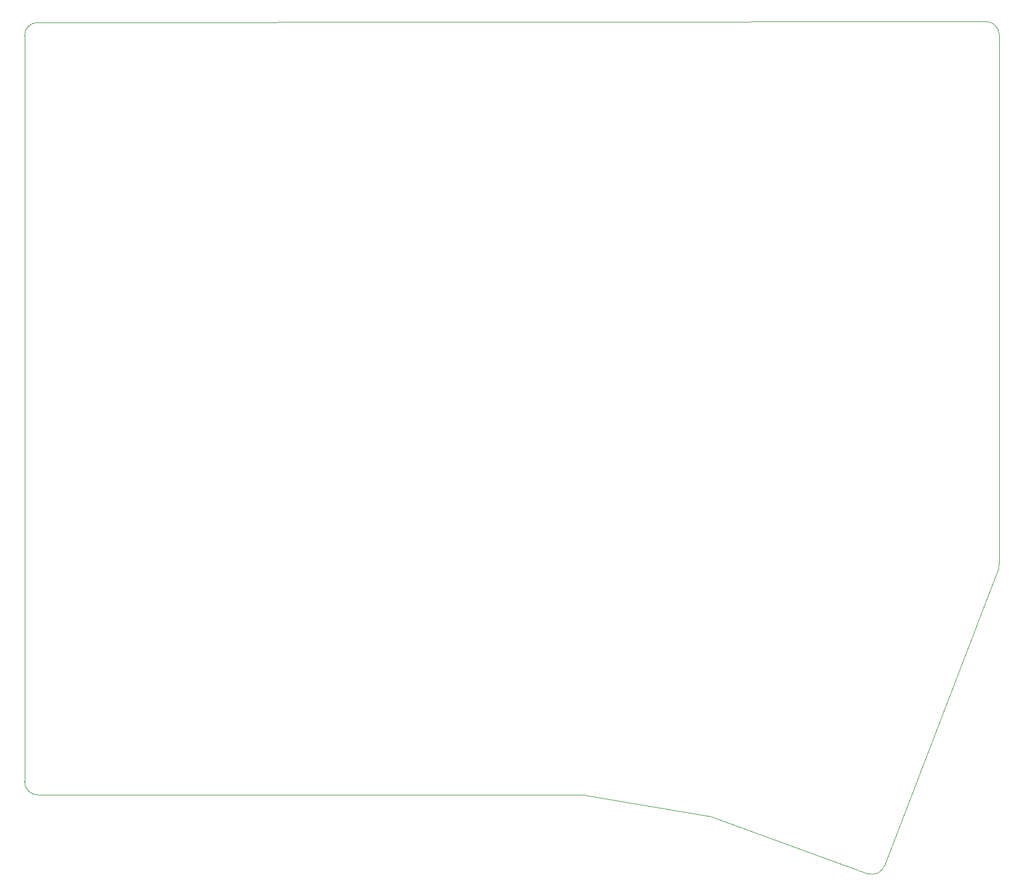
<source format=gbr>
G04 #@! TF.GenerationSoftware,KiCad,Pcbnew,9.0.6*
G04 #@! TF.CreationDate,2025-12-07T22:27:23+09:00*
G04 #@! TF.ProjectId,tarakkie_v1_left_bot2,74617261-6b6b-4696-955f-76315f6c6566,rev?*
G04 #@! TF.SameCoordinates,Original*
G04 #@! TF.FileFunction,Profile,NP*
%FSLAX46Y46*%
G04 Gerber Fmt 4.6, Leading zero omitted, Abs format (unit mm)*
G04 Created by KiCad (PCBNEW 9.0.6) date 2025-12-07 22:27:23*
%MOMM*%
%LPD*%
G01*
G04 APERTURE LIST*
G04 #@! TA.AperFunction,Profile*
%ADD10C,0.050000*%
G04 #@! TD*
G04 APERTURE END LIST*
D10*
X185483484Y-119646247D02*
X168320146Y-164455906D01*
X183598278Y-37475520D02*
G75*
G02*
X185599981Y-39475519I1722J-1999980D01*
G01*
X168320146Y-164455906D02*
G75*
G02*
X165769000Y-165620057I-1867646J715406D01*
G01*
X39000000Y-39598279D02*
G75*
G02*
X40998278Y-37598301I2000000J-21D01*
G01*
X142002801Y-157012104D02*
X123466628Y-153846091D01*
X185600000Y-39475519D02*
X185600000Y-118973574D01*
X40998278Y-37598280D02*
X183598278Y-37475520D01*
X123130318Y-153817541D02*
X40999583Y-153800417D01*
X40999583Y-153800417D02*
G75*
G02*
X38999983Y-151800417I417J2000017D01*
G01*
X142002801Y-157012104D02*
G75*
G02*
X142349561Y-157103965I-336701J-1971396D01*
G01*
X165768977Y-165620119D02*
X142349560Y-157103967D01*
X39000000Y-151800417D02*
X39000000Y-39598279D01*
X185600000Y-118973574D02*
G75*
G02*
X185483476Y-119646244I-1999700J-26D01*
G01*
X123130318Y-153817541D02*
G75*
G02*
X123466628Y-153846090I-418J-2000059D01*
G01*
M02*

</source>
